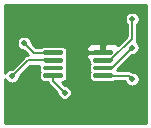
<source format=gbr>
%TF.GenerationSoftware,KiCad,Pcbnew,(5.1.10)-1*%
%TF.CreationDate,2023-09-14T18:46:52-05:00*%
%TF.ProjectId,perovskite_contact_board,7065726f-7673-46b6-9974-655f636f6e74,V3*%
%TF.SameCoordinates,Original*%
%TF.FileFunction,Copper,L1,Top*%
%TF.FilePolarity,Positive*%
%FSLAX46Y46*%
G04 Gerber Fmt 4.6, Leading zero omitted, Abs format (unit mm)*
G04 Created by KiCad (PCBNEW (5.1.10)-1) date 2023-09-14 18:46:52*
%MOMM*%
%LPD*%
G01*
G04 APERTURE LIST*
%TA.AperFunction,ViaPad*%
%ADD10C,0.508000*%
%TD*%
%TA.AperFunction,Conductor*%
%ADD11C,0.152400*%
%TD*%
%TA.AperFunction,Conductor*%
%ADD12C,0.254000*%
%TD*%
%TA.AperFunction,Conductor*%
%ADD13C,0.100000*%
%TD*%
G04 APERTURE END LIST*
%TO.P,U6,8*%
%TO.N,VDDF*%
%TA.AperFunction,SMDPad,CuDef*%
G36*
G01*
X165638000Y-109615000D02*
X165638000Y-109415000D01*
G75*
G02*
X165738000Y-109315000I100000J0D01*
G01*
X167163000Y-109315000D01*
G75*
G02*
X167263000Y-109415000I0J-100000D01*
G01*
X167263000Y-109615000D01*
G75*
G02*
X167163000Y-109715000I-100000J0D01*
G01*
X165738000Y-109715000D01*
G75*
G02*
X165638000Y-109615000I0J100000D01*
G01*
G37*
%TD.AperFunction*%
%TO.P,U6,7*%
%TO.N,Net-(JP3-Pad2)*%
%TA.AperFunction,SMDPad,CuDef*%
G36*
G01*
X165638000Y-110265000D02*
X165638000Y-110065000D01*
G75*
G02*
X165738000Y-109965000I100000J0D01*
G01*
X167163000Y-109965000D01*
G75*
G02*
X167263000Y-110065000I0J-100000D01*
G01*
X167263000Y-110265000D01*
G75*
G02*
X167163000Y-110365000I-100000J0D01*
G01*
X165738000Y-110365000D01*
G75*
G02*
X165638000Y-110265000I0J100000D01*
G01*
G37*
%TD.AperFunction*%
%TO.P,U6,6*%
%TO.N,Net-(JP2-Pad2)*%
%TA.AperFunction,SMDPad,CuDef*%
G36*
G01*
X165638000Y-110915000D02*
X165638000Y-110715000D01*
G75*
G02*
X165738000Y-110615000I100000J0D01*
G01*
X167163000Y-110615000D01*
G75*
G02*
X167263000Y-110715000I0J-100000D01*
G01*
X167263000Y-110915000D01*
G75*
G02*
X167163000Y-111015000I-100000J0D01*
G01*
X165738000Y-111015000D01*
G75*
G02*
X165638000Y-110915000I0J100000D01*
G01*
G37*
%TD.AperFunction*%
%TO.P,U6,5*%
%TO.N,Net-(JP1-Pad2)*%
%TA.AperFunction,SMDPad,CuDef*%
G36*
G01*
X165638000Y-111565000D02*
X165638000Y-111365000D01*
G75*
G02*
X165738000Y-111265000I100000J0D01*
G01*
X167163000Y-111265000D01*
G75*
G02*
X167263000Y-111365000I0J-100000D01*
G01*
X167263000Y-111565000D01*
G75*
G02*
X167163000Y-111665000I-100000J0D01*
G01*
X165738000Y-111665000D01*
G75*
G02*
X165638000Y-111565000I0J100000D01*
G01*
G37*
%TD.AperFunction*%
%TO.P,U6,4*%
%TO.N,GND*%
%TA.AperFunction,SMDPad,CuDef*%
G36*
G01*
X161413000Y-111565000D02*
X161413000Y-111365000D01*
G75*
G02*
X161513000Y-111265000I100000J0D01*
G01*
X162938000Y-111265000D01*
G75*
G02*
X163038000Y-111365000I0J-100000D01*
G01*
X163038000Y-111565000D01*
G75*
G02*
X162938000Y-111665000I-100000J0D01*
G01*
X161513000Y-111665000D01*
G75*
G02*
X161413000Y-111565000I0J100000D01*
G01*
G37*
%TD.AperFunction*%
%TO.P,U6,3*%
%TO.N,Net-(U6-Pad3)*%
%TA.AperFunction,SMDPad,CuDef*%
G36*
G01*
X161413000Y-110915000D02*
X161413000Y-110715000D01*
G75*
G02*
X161513000Y-110615000I100000J0D01*
G01*
X162938000Y-110615000D01*
G75*
G02*
X163038000Y-110715000I0J-100000D01*
G01*
X163038000Y-110915000D01*
G75*
G02*
X162938000Y-111015000I-100000J0D01*
G01*
X161513000Y-111015000D01*
G75*
G02*
X161413000Y-110915000I0J100000D01*
G01*
G37*
%TD.AperFunction*%
%TO.P,U6,2*%
%TO.N,SCL*%
%TA.AperFunction,SMDPad,CuDef*%
G36*
G01*
X161413000Y-110265000D02*
X161413000Y-110065000D01*
G75*
G02*
X161513000Y-109965000I100000J0D01*
G01*
X162938000Y-109965000D01*
G75*
G02*
X163038000Y-110065000I0J-100000D01*
G01*
X163038000Y-110265000D01*
G75*
G02*
X162938000Y-110365000I-100000J0D01*
G01*
X161513000Y-110365000D01*
G75*
G02*
X161413000Y-110265000I0J100000D01*
G01*
G37*
%TD.AperFunction*%
%TO.P,U6,1*%
%TO.N,SDA*%
%TA.AperFunction,SMDPad,CuDef*%
G36*
G01*
X161413000Y-109615000D02*
X161413000Y-109415000D01*
G75*
G02*
X161513000Y-109315000I100000J0D01*
G01*
X162938000Y-109315000D01*
G75*
G02*
X163038000Y-109415000I0J-100000D01*
G01*
X163038000Y-109615000D01*
G75*
G02*
X162938000Y-109715000I-100000J0D01*
G01*
X161513000Y-109715000D01*
G75*
G02*
X161413000Y-109615000I0J100000D01*
G01*
G37*
%TD.AperFunction*%
%TD*%
D10*
%TO.N,GND*%
X163195000Y-112903000D03*
%TO.N,VDDF*%
X165608000Y-106426000D03*
X162306000Y-112776000D03*
%TO.N,Net-(JP1-Pad2)*%
X168910000Y-111760000D03*
%TO.N,Net-(JP2-Pad2)*%
X168910000Y-109093000D03*
%TO.N,Net-(JP3-Pad2)*%
X168910000Y-106680000D03*
%TO.N,SDA*%
X159766000Y-108712000D03*
%TO.N,SCL*%
X158750000Y-111506000D03*
%TD*%
D11*
%TO.N,GND*%
X162225500Y-111933500D02*
X163195000Y-112903000D01*
X162225500Y-111465000D02*
X162225500Y-111933500D01*
%TO.N,Net-(JP1-Pad2)*%
X168615000Y-111465000D02*
X168910000Y-111760000D01*
X166450500Y-111465000D02*
X168615000Y-111465000D01*
%TO.N,Net-(JP2-Pad2)*%
X167188000Y-110815000D02*
X168910000Y-109093000D01*
X166450500Y-110815000D02*
X167188000Y-110815000D01*
%TO.N,Net-(JP3-Pad2)*%
X168910000Y-108332726D02*
X168910000Y-106680000D01*
X167077726Y-110165000D02*
X168910000Y-108332726D01*
X166450500Y-110165000D02*
X167077726Y-110165000D01*
%TO.N,SDA*%
X160569000Y-109515000D02*
X159766000Y-108712000D01*
X162225500Y-109515000D02*
X160569000Y-109515000D01*
%TO.N,SCL*%
X160091000Y-110165000D02*
X158750000Y-111506000D01*
X162225500Y-110165000D02*
X160091000Y-110165000D01*
%TD*%
D12*
%TO.N,VDDF*%
X170130001Y-115520000D02*
X158165000Y-115520000D01*
X158165000Y-111753019D01*
X158187271Y-111806785D01*
X158256764Y-111910789D01*
X158345211Y-111999236D01*
X158449215Y-112068729D01*
X158564777Y-112116597D01*
X158687458Y-112141000D01*
X158812542Y-112141000D01*
X158935223Y-112116597D01*
X159050785Y-112068729D01*
X159154789Y-111999236D01*
X159243236Y-111910789D01*
X159312729Y-111806785D01*
X159360597Y-111691223D01*
X159385000Y-111568542D01*
X159385000Y-111517577D01*
X160280378Y-110622200D01*
X161039297Y-110622200D01*
X161030157Y-110715000D01*
X161030157Y-110915000D01*
X161039435Y-111009198D01*
X161066911Y-111099776D01*
X161088411Y-111140000D01*
X161066911Y-111180224D01*
X161039435Y-111270802D01*
X161030157Y-111365000D01*
X161030157Y-111565000D01*
X161039435Y-111659198D01*
X161066911Y-111749776D01*
X161111531Y-111833253D01*
X161171578Y-111906422D01*
X161244747Y-111966469D01*
X161328224Y-112011089D01*
X161418802Y-112038565D01*
X161513000Y-112047843D01*
X161782414Y-112047843D01*
X161801060Y-112109309D01*
X161843513Y-112188735D01*
X161868689Y-112219411D01*
X161900648Y-112258353D01*
X161918093Y-112272670D01*
X162560000Y-112914578D01*
X162560000Y-112965542D01*
X162584403Y-113088223D01*
X162632271Y-113203785D01*
X162701764Y-113307789D01*
X162790211Y-113396236D01*
X162894215Y-113465729D01*
X163009777Y-113513597D01*
X163132458Y-113538000D01*
X163257542Y-113538000D01*
X163380223Y-113513597D01*
X163495785Y-113465729D01*
X163599789Y-113396236D01*
X163688236Y-113307789D01*
X163757729Y-113203785D01*
X163805597Y-113088223D01*
X163830000Y-112965542D01*
X163830000Y-112840458D01*
X163805597Y-112717777D01*
X163757729Y-112602215D01*
X163688236Y-112498211D01*
X163599789Y-112409764D01*
X163495785Y-112340271D01*
X163380223Y-112292403D01*
X163257542Y-112268000D01*
X163206578Y-112268000D01*
X162982079Y-112043501D01*
X163032198Y-112038565D01*
X163122776Y-112011089D01*
X163206253Y-111966469D01*
X163279422Y-111906422D01*
X163339469Y-111833253D01*
X163384089Y-111749776D01*
X163411565Y-111659198D01*
X163420843Y-111565000D01*
X163420843Y-111365000D01*
X163411565Y-111270802D01*
X163384089Y-111180224D01*
X163362589Y-111140000D01*
X163384089Y-111099776D01*
X163411565Y-111009198D01*
X163420843Y-110915000D01*
X163420843Y-110715000D01*
X163411565Y-110620802D01*
X163384089Y-110530224D01*
X163362589Y-110490000D01*
X163384089Y-110449776D01*
X163411565Y-110359198D01*
X163420843Y-110265000D01*
X163420843Y-110065000D01*
X163411565Y-109970802D01*
X163384089Y-109880224D01*
X163362589Y-109840000D01*
X163384089Y-109799776D01*
X163400173Y-109746750D01*
X165003000Y-109746750D01*
X165013999Y-109848260D01*
X165051987Y-109967436D01*
X165112495Y-110076911D01*
X165193197Y-110172478D01*
X165255157Y-110221887D01*
X165255157Y-110265000D01*
X165264435Y-110359198D01*
X165291911Y-110449776D01*
X165313411Y-110490000D01*
X165291911Y-110530224D01*
X165264435Y-110620802D01*
X165255157Y-110715000D01*
X165255157Y-110915000D01*
X165264435Y-111009198D01*
X165291911Y-111099776D01*
X165313411Y-111140000D01*
X165291911Y-111180224D01*
X165264435Y-111270802D01*
X165255157Y-111365000D01*
X165255157Y-111565000D01*
X165264435Y-111659198D01*
X165291911Y-111749776D01*
X165336531Y-111833253D01*
X165396578Y-111906422D01*
X165469747Y-111966469D01*
X165553224Y-112011089D01*
X165643802Y-112038565D01*
X165738000Y-112047843D01*
X167163000Y-112047843D01*
X167257198Y-112038565D01*
X167347776Y-112011089D01*
X167431253Y-111966469D01*
X167485196Y-111922200D01*
X168294823Y-111922200D01*
X168299403Y-111945223D01*
X168347271Y-112060785D01*
X168416764Y-112164789D01*
X168505211Y-112253236D01*
X168609215Y-112322729D01*
X168724777Y-112370597D01*
X168847458Y-112395000D01*
X168972542Y-112395000D01*
X169095223Y-112370597D01*
X169210785Y-112322729D01*
X169314789Y-112253236D01*
X169403236Y-112164789D01*
X169472729Y-112060785D01*
X169520597Y-111945223D01*
X169545000Y-111822542D01*
X169545000Y-111697458D01*
X169520597Y-111574777D01*
X169472729Y-111459215D01*
X169403236Y-111355211D01*
X169314789Y-111266764D01*
X169210785Y-111197271D01*
X169095223Y-111149403D01*
X168972542Y-111125000D01*
X168921397Y-111125000D01*
X168870236Y-111083013D01*
X168790809Y-111040559D01*
X168704627Y-111014415D01*
X168637460Y-111007800D01*
X168637450Y-111007800D01*
X168615000Y-111005589D01*
X168592550Y-111007800D01*
X167641777Y-111007800D01*
X168921579Y-109728000D01*
X168972542Y-109728000D01*
X169095223Y-109703597D01*
X169210785Y-109655729D01*
X169314789Y-109586236D01*
X169403236Y-109497789D01*
X169472729Y-109393785D01*
X169520597Y-109278223D01*
X169545000Y-109155542D01*
X169545000Y-109030458D01*
X169520597Y-108907777D01*
X169472729Y-108792215D01*
X169403236Y-108688211D01*
X169314789Y-108599764D01*
X169293339Y-108585432D01*
X169334441Y-108508536D01*
X169349771Y-108458000D01*
X169360585Y-108422353D01*
X169367200Y-108355186D01*
X169367200Y-108355176D01*
X169369411Y-108332726D01*
X169367200Y-108310276D01*
X169367200Y-107120825D01*
X169403236Y-107084789D01*
X169472729Y-106980785D01*
X169520597Y-106865223D01*
X169545000Y-106742542D01*
X169545000Y-106617458D01*
X169520597Y-106494777D01*
X169472729Y-106379215D01*
X169403236Y-106275211D01*
X169314789Y-106186764D01*
X169210785Y-106117271D01*
X169095223Y-106069403D01*
X168972542Y-106045000D01*
X168847458Y-106045000D01*
X168724777Y-106069403D01*
X168609215Y-106117271D01*
X168505211Y-106186764D01*
X168416764Y-106275211D01*
X168347271Y-106379215D01*
X168299403Y-106494777D01*
X168275000Y-106617458D01*
X168275000Y-106742542D01*
X168299403Y-106865223D01*
X168347271Y-106980785D01*
X168416764Y-107084789D01*
X168452801Y-107120826D01*
X168452800Y-108143347D01*
X167721915Y-108874233D01*
X167707803Y-108857522D01*
X167610006Y-108779535D01*
X167498875Y-108722126D01*
X167378678Y-108687501D01*
X167254037Y-108676991D01*
X166736250Y-108680000D01*
X166577500Y-108838750D01*
X166577500Y-109442000D01*
X166597500Y-109442000D01*
X166597500Y-109582157D01*
X165738000Y-109582157D01*
X165678677Y-109588000D01*
X165161750Y-109588000D01*
X165003000Y-109746750D01*
X163400173Y-109746750D01*
X163411565Y-109709198D01*
X163420843Y-109615000D01*
X163420843Y-109415000D01*
X163411565Y-109320802D01*
X163400174Y-109283250D01*
X165003000Y-109283250D01*
X165161750Y-109442000D01*
X166323500Y-109442000D01*
X166323500Y-108838750D01*
X166164750Y-108680000D01*
X165646963Y-108676991D01*
X165522322Y-108687501D01*
X165402125Y-108722126D01*
X165290994Y-108779535D01*
X165193197Y-108857522D01*
X165112495Y-108953089D01*
X165051987Y-109062564D01*
X165013999Y-109181740D01*
X165003000Y-109283250D01*
X163400174Y-109283250D01*
X163384089Y-109230224D01*
X163339469Y-109146747D01*
X163279422Y-109073578D01*
X163206253Y-109013531D01*
X163122776Y-108968911D01*
X163032198Y-108941435D01*
X162938000Y-108932157D01*
X161513000Y-108932157D01*
X161418802Y-108941435D01*
X161328224Y-108968911D01*
X161244747Y-109013531D01*
X161190804Y-109057800D01*
X160758378Y-109057800D01*
X160401000Y-108700423D01*
X160401000Y-108649458D01*
X160376597Y-108526777D01*
X160328729Y-108411215D01*
X160259236Y-108307211D01*
X160170789Y-108218764D01*
X160066785Y-108149271D01*
X159951223Y-108101403D01*
X159828542Y-108077000D01*
X159703458Y-108077000D01*
X159580777Y-108101403D01*
X159465215Y-108149271D01*
X159361211Y-108218764D01*
X159272764Y-108307211D01*
X159203271Y-108411215D01*
X159155403Y-108526777D01*
X159131000Y-108649458D01*
X159131000Y-108774542D01*
X159155403Y-108897223D01*
X159203271Y-109012785D01*
X159272764Y-109116789D01*
X159361211Y-109205236D01*
X159465215Y-109274729D01*
X159580777Y-109322597D01*
X159703458Y-109347000D01*
X159754423Y-109347000D01*
X160115222Y-109707800D01*
X160113449Y-109707800D01*
X160090999Y-109705589D01*
X160068549Y-109707800D01*
X160068540Y-109707800D01*
X160001373Y-109714415D01*
X159915191Y-109740559D01*
X159878217Y-109760322D01*
X159835763Y-109783013D01*
X159783592Y-109825830D01*
X159766147Y-109840147D01*
X159751830Y-109857592D01*
X158738423Y-110871000D01*
X158687458Y-110871000D01*
X158564777Y-110895403D01*
X158449215Y-110943271D01*
X158345211Y-111012764D01*
X158256764Y-111101211D01*
X158187271Y-111205215D01*
X158165000Y-111258981D01*
X158165000Y-105460000D01*
X170130000Y-105460000D01*
X170130001Y-115520000D01*
%TA.AperFunction,Conductor*%
D13*
G36*
X170130001Y-115520000D02*
G01*
X158165000Y-115520000D01*
X158165000Y-111753019D01*
X158187271Y-111806785D01*
X158256764Y-111910789D01*
X158345211Y-111999236D01*
X158449215Y-112068729D01*
X158564777Y-112116597D01*
X158687458Y-112141000D01*
X158812542Y-112141000D01*
X158935223Y-112116597D01*
X159050785Y-112068729D01*
X159154789Y-111999236D01*
X159243236Y-111910789D01*
X159312729Y-111806785D01*
X159360597Y-111691223D01*
X159385000Y-111568542D01*
X159385000Y-111517577D01*
X160280378Y-110622200D01*
X161039297Y-110622200D01*
X161030157Y-110715000D01*
X161030157Y-110915000D01*
X161039435Y-111009198D01*
X161066911Y-111099776D01*
X161088411Y-111140000D01*
X161066911Y-111180224D01*
X161039435Y-111270802D01*
X161030157Y-111365000D01*
X161030157Y-111565000D01*
X161039435Y-111659198D01*
X161066911Y-111749776D01*
X161111531Y-111833253D01*
X161171578Y-111906422D01*
X161244747Y-111966469D01*
X161328224Y-112011089D01*
X161418802Y-112038565D01*
X161513000Y-112047843D01*
X161782414Y-112047843D01*
X161801060Y-112109309D01*
X161843513Y-112188735D01*
X161868689Y-112219411D01*
X161900648Y-112258353D01*
X161918093Y-112272670D01*
X162560000Y-112914578D01*
X162560000Y-112965542D01*
X162584403Y-113088223D01*
X162632271Y-113203785D01*
X162701764Y-113307789D01*
X162790211Y-113396236D01*
X162894215Y-113465729D01*
X163009777Y-113513597D01*
X163132458Y-113538000D01*
X163257542Y-113538000D01*
X163380223Y-113513597D01*
X163495785Y-113465729D01*
X163599789Y-113396236D01*
X163688236Y-113307789D01*
X163757729Y-113203785D01*
X163805597Y-113088223D01*
X163830000Y-112965542D01*
X163830000Y-112840458D01*
X163805597Y-112717777D01*
X163757729Y-112602215D01*
X163688236Y-112498211D01*
X163599789Y-112409764D01*
X163495785Y-112340271D01*
X163380223Y-112292403D01*
X163257542Y-112268000D01*
X163206578Y-112268000D01*
X162982079Y-112043501D01*
X163032198Y-112038565D01*
X163122776Y-112011089D01*
X163206253Y-111966469D01*
X163279422Y-111906422D01*
X163339469Y-111833253D01*
X163384089Y-111749776D01*
X163411565Y-111659198D01*
X163420843Y-111565000D01*
X163420843Y-111365000D01*
X163411565Y-111270802D01*
X163384089Y-111180224D01*
X163362589Y-111140000D01*
X163384089Y-111099776D01*
X163411565Y-111009198D01*
X163420843Y-110915000D01*
X163420843Y-110715000D01*
X163411565Y-110620802D01*
X163384089Y-110530224D01*
X163362589Y-110490000D01*
X163384089Y-110449776D01*
X163411565Y-110359198D01*
X163420843Y-110265000D01*
X163420843Y-110065000D01*
X163411565Y-109970802D01*
X163384089Y-109880224D01*
X163362589Y-109840000D01*
X163384089Y-109799776D01*
X163400173Y-109746750D01*
X165003000Y-109746750D01*
X165013999Y-109848260D01*
X165051987Y-109967436D01*
X165112495Y-110076911D01*
X165193197Y-110172478D01*
X165255157Y-110221887D01*
X165255157Y-110265000D01*
X165264435Y-110359198D01*
X165291911Y-110449776D01*
X165313411Y-110490000D01*
X165291911Y-110530224D01*
X165264435Y-110620802D01*
X165255157Y-110715000D01*
X165255157Y-110915000D01*
X165264435Y-111009198D01*
X165291911Y-111099776D01*
X165313411Y-111140000D01*
X165291911Y-111180224D01*
X165264435Y-111270802D01*
X165255157Y-111365000D01*
X165255157Y-111565000D01*
X165264435Y-111659198D01*
X165291911Y-111749776D01*
X165336531Y-111833253D01*
X165396578Y-111906422D01*
X165469747Y-111966469D01*
X165553224Y-112011089D01*
X165643802Y-112038565D01*
X165738000Y-112047843D01*
X167163000Y-112047843D01*
X167257198Y-112038565D01*
X167347776Y-112011089D01*
X167431253Y-111966469D01*
X167485196Y-111922200D01*
X168294823Y-111922200D01*
X168299403Y-111945223D01*
X168347271Y-112060785D01*
X168416764Y-112164789D01*
X168505211Y-112253236D01*
X168609215Y-112322729D01*
X168724777Y-112370597D01*
X168847458Y-112395000D01*
X168972542Y-112395000D01*
X169095223Y-112370597D01*
X169210785Y-112322729D01*
X169314789Y-112253236D01*
X169403236Y-112164789D01*
X169472729Y-112060785D01*
X169520597Y-111945223D01*
X169545000Y-111822542D01*
X169545000Y-111697458D01*
X169520597Y-111574777D01*
X169472729Y-111459215D01*
X169403236Y-111355211D01*
X169314789Y-111266764D01*
X169210785Y-111197271D01*
X169095223Y-111149403D01*
X168972542Y-111125000D01*
X168921397Y-111125000D01*
X168870236Y-111083013D01*
X168790809Y-111040559D01*
X168704627Y-111014415D01*
X168637460Y-111007800D01*
X168637450Y-111007800D01*
X168615000Y-111005589D01*
X168592550Y-111007800D01*
X167641777Y-111007800D01*
X168921579Y-109728000D01*
X168972542Y-109728000D01*
X169095223Y-109703597D01*
X169210785Y-109655729D01*
X169314789Y-109586236D01*
X169403236Y-109497789D01*
X169472729Y-109393785D01*
X169520597Y-109278223D01*
X169545000Y-109155542D01*
X169545000Y-109030458D01*
X169520597Y-108907777D01*
X169472729Y-108792215D01*
X169403236Y-108688211D01*
X169314789Y-108599764D01*
X169293339Y-108585432D01*
X169334441Y-108508536D01*
X169349771Y-108458000D01*
X169360585Y-108422353D01*
X169367200Y-108355186D01*
X169367200Y-108355176D01*
X169369411Y-108332726D01*
X169367200Y-108310276D01*
X169367200Y-107120825D01*
X169403236Y-107084789D01*
X169472729Y-106980785D01*
X169520597Y-106865223D01*
X169545000Y-106742542D01*
X169545000Y-106617458D01*
X169520597Y-106494777D01*
X169472729Y-106379215D01*
X169403236Y-106275211D01*
X169314789Y-106186764D01*
X169210785Y-106117271D01*
X169095223Y-106069403D01*
X168972542Y-106045000D01*
X168847458Y-106045000D01*
X168724777Y-106069403D01*
X168609215Y-106117271D01*
X168505211Y-106186764D01*
X168416764Y-106275211D01*
X168347271Y-106379215D01*
X168299403Y-106494777D01*
X168275000Y-106617458D01*
X168275000Y-106742542D01*
X168299403Y-106865223D01*
X168347271Y-106980785D01*
X168416764Y-107084789D01*
X168452801Y-107120826D01*
X168452800Y-108143347D01*
X167721915Y-108874233D01*
X167707803Y-108857522D01*
X167610006Y-108779535D01*
X167498875Y-108722126D01*
X167378678Y-108687501D01*
X167254037Y-108676991D01*
X166736250Y-108680000D01*
X166577500Y-108838750D01*
X166577500Y-109442000D01*
X166597500Y-109442000D01*
X166597500Y-109582157D01*
X165738000Y-109582157D01*
X165678677Y-109588000D01*
X165161750Y-109588000D01*
X165003000Y-109746750D01*
X163400173Y-109746750D01*
X163411565Y-109709198D01*
X163420843Y-109615000D01*
X163420843Y-109415000D01*
X163411565Y-109320802D01*
X163400174Y-109283250D01*
X165003000Y-109283250D01*
X165161750Y-109442000D01*
X166323500Y-109442000D01*
X166323500Y-108838750D01*
X166164750Y-108680000D01*
X165646963Y-108676991D01*
X165522322Y-108687501D01*
X165402125Y-108722126D01*
X165290994Y-108779535D01*
X165193197Y-108857522D01*
X165112495Y-108953089D01*
X165051987Y-109062564D01*
X165013999Y-109181740D01*
X165003000Y-109283250D01*
X163400174Y-109283250D01*
X163384089Y-109230224D01*
X163339469Y-109146747D01*
X163279422Y-109073578D01*
X163206253Y-109013531D01*
X163122776Y-108968911D01*
X163032198Y-108941435D01*
X162938000Y-108932157D01*
X161513000Y-108932157D01*
X161418802Y-108941435D01*
X161328224Y-108968911D01*
X161244747Y-109013531D01*
X161190804Y-109057800D01*
X160758378Y-109057800D01*
X160401000Y-108700423D01*
X160401000Y-108649458D01*
X160376597Y-108526777D01*
X160328729Y-108411215D01*
X160259236Y-108307211D01*
X160170789Y-108218764D01*
X160066785Y-108149271D01*
X159951223Y-108101403D01*
X159828542Y-108077000D01*
X159703458Y-108077000D01*
X159580777Y-108101403D01*
X159465215Y-108149271D01*
X159361211Y-108218764D01*
X159272764Y-108307211D01*
X159203271Y-108411215D01*
X159155403Y-108526777D01*
X159131000Y-108649458D01*
X159131000Y-108774542D01*
X159155403Y-108897223D01*
X159203271Y-109012785D01*
X159272764Y-109116789D01*
X159361211Y-109205236D01*
X159465215Y-109274729D01*
X159580777Y-109322597D01*
X159703458Y-109347000D01*
X159754423Y-109347000D01*
X160115222Y-109707800D01*
X160113449Y-109707800D01*
X160090999Y-109705589D01*
X160068549Y-109707800D01*
X160068540Y-109707800D01*
X160001373Y-109714415D01*
X159915191Y-109740559D01*
X159878217Y-109760322D01*
X159835763Y-109783013D01*
X159783592Y-109825830D01*
X159766147Y-109840147D01*
X159751830Y-109857592D01*
X158738423Y-110871000D01*
X158687458Y-110871000D01*
X158564777Y-110895403D01*
X158449215Y-110943271D01*
X158345211Y-111012764D01*
X158256764Y-111101211D01*
X158187271Y-111205215D01*
X158165000Y-111258981D01*
X158165000Y-105460000D01*
X170130000Y-105460000D01*
X170130001Y-115520000D01*
G37*
%TD.AperFunction*%
%TD*%
M02*

</source>
